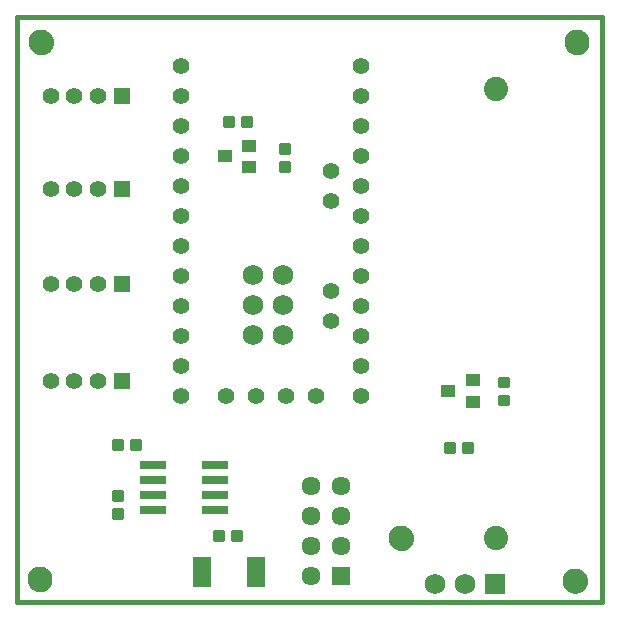
<source format=gts>
G75*
%MOIN*%
%OFA0B0*%
%FSLAX25Y25*%
%IPPOS*%
%LPD*%
%AMOC8*
5,1,8,0,0,1.08239X$1,22.5*
%
%ADD10C,0.00000*%
%ADD11C,0.08274*%
%ADD12C,0.01600*%
%ADD13R,0.06306X0.09849*%
%ADD14C,0.00975*%
%ADD15R,0.04900X0.04400*%
%ADD16R,0.05550X0.05550*%
%ADD17C,0.05550*%
%ADD18C,0.08077*%
%ADD19R,0.05124X0.04400*%
%ADD20C,0.06800*%
%ADD21R,0.09100X0.02800*%
%ADD22R,0.06900X0.06900*%
%ADD23C,0.06900*%
%ADD24R,0.06337X0.06337*%
%ADD25C,0.06337*%
D10*
X0005834Y0009308D02*
X0005836Y0009433D01*
X0005842Y0009558D01*
X0005852Y0009682D01*
X0005866Y0009806D01*
X0005883Y0009930D01*
X0005905Y0010053D01*
X0005931Y0010175D01*
X0005960Y0010297D01*
X0005993Y0010417D01*
X0006031Y0010536D01*
X0006071Y0010655D01*
X0006116Y0010771D01*
X0006164Y0010886D01*
X0006216Y0011000D01*
X0006272Y0011112D01*
X0006331Y0011222D01*
X0006393Y0011330D01*
X0006459Y0011437D01*
X0006528Y0011541D01*
X0006601Y0011642D01*
X0006676Y0011742D01*
X0006755Y0011839D01*
X0006837Y0011933D01*
X0006922Y0012025D01*
X0007009Y0012114D01*
X0007100Y0012200D01*
X0007193Y0012283D01*
X0007289Y0012364D01*
X0007387Y0012441D01*
X0007487Y0012515D01*
X0007590Y0012586D01*
X0007695Y0012653D01*
X0007803Y0012718D01*
X0007912Y0012778D01*
X0008023Y0012836D01*
X0008136Y0012889D01*
X0008250Y0012939D01*
X0008366Y0012986D01*
X0008483Y0013028D01*
X0008602Y0013067D01*
X0008722Y0013103D01*
X0008843Y0013134D01*
X0008965Y0013162D01*
X0009087Y0013185D01*
X0009211Y0013205D01*
X0009335Y0013221D01*
X0009459Y0013233D01*
X0009584Y0013241D01*
X0009709Y0013245D01*
X0009833Y0013245D01*
X0009958Y0013241D01*
X0010083Y0013233D01*
X0010207Y0013221D01*
X0010331Y0013205D01*
X0010455Y0013185D01*
X0010577Y0013162D01*
X0010699Y0013134D01*
X0010820Y0013103D01*
X0010940Y0013067D01*
X0011059Y0013028D01*
X0011176Y0012986D01*
X0011292Y0012939D01*
X0011406Y0012889D01*
X0011519Y0012836D01*
X0011630Y0012778D01*
X0011740Y0012718D01*
X0011847Y0012653D01*
X0011952Y0012586D01*
X0012055Y0012515D01*
X0012155Y0012441D01*
X0012253Y0012364D01*
X0012349Y0012283D01*
X0012442Y0012200D01*
X0012533Y0012114D01*
X0012620Y0012025D01*
X0012705Y0011933D01*
X0012787Y0011839D01*
X0012866Y0011742D01*
X0012941Y0011642D01*
X0013014Y0011541D01*
X0013083Y0011437D01*
X0013149Y0011330D01*
X0013211Y0011222D01*
X0013270Y0011112D01*
X0013326Y0011000D01*
X0013378Y0010886D01*
X0013426Y0010771D01*
X0013471Y0010655D01*
X0013511Y0010536D01*
X0013549Y0010417D01*
X0013582Y0010297D01*
X0013611Y0010175D01*
X0013637Y0010053D01*
X0013659Y0009930D01*
X0013676Y0009806D01*
X0013690Y0009682D01*
X0013700Y0009558D01*
X0013706Y0009433D01*
X0013708Y0009308D01*
X0013706Y0009183D01*
X0013700Y0009058D01*
X0013690Y0008934D01*
X0013676Y0008810D01*
X0013659Y0008686D01*
X0013637Y0008563D01*
X0013611Y0008441D01*
X0013582Y0008319D01*
X0013549Y0008199D01*
X0013511Y0008080D01*
X0013471Y0007961D01*
X0013426Y0007845D01*
X0013378Y0007730D01*
X0013326Y0007616D01*
X0013270Y0007504D01*
X0013211Y0007394D01*
X0013149Y0007286D01*
X0013083Y0007179D01*
X0013014Y0007075D01*
X0012941Y0006974D01*
X0012866Y0006874D01*
X0012787Y0006777D01*
X0012705Y0006683D01*
X0012620Y0006591D01*
X0012533Y0006502D01*
X0012442Y0006416D01*
X0012349Y0006333D01*
X0012253Y0006252D01*
X0012155Y0006175D01*
X0012055Y0006101D01*
X0011952Y0006030D01*
X0011847Y0005963D01*
X0011739Y0005898D01*
X0011630Y0005838D01*
X0011519Y0005780D01*
X0011406Y0005727D01*
X0011292Y0005677D01*
X0011176Y0005630D01*
X0011059Y0005588D01*
X0010940Y0005549D01*
X0010820Y0005513D01*
X0010699Y0005482D01*
X0010577Y0005454D01*
X0010455Y0005431D01*
X0010331Y0005411D01*
X0010207Y0005395D01*
X0010083Y0005383D01*
X0009958Y0005375D01*
X0009833Y0005371D01*
X0009709Y0005371D01*
X0009584Y0005375D01*
X0009459Y0005383D01*
X0009335Y0005395D01*
X0009211Y0005411D01*
X0009087Y0005431D01*
X0008965Y0005454D01*
X0008843Y0005482D01*
X0008722Y0005513D01*
X0008602Y0005549D01*
X0008483Y0005588D01*
X0008366Y0005630D01*
X0008250Y0005677D01*
X0008136Y0005727D01*
X0008023Y0005780D01*
X0007912Y0005838D01*
X0007802Y0005898D01*
X0007695Y0005963D01*
X0007590Y0006030D01*
X0007487Y0006101D01*
X0007387Y0006175D01*
X0007289Y0006252D01*
X0007193Y0006333D01*
X0007100Y0006416D01*
X0007009Y0006502D01*
X0006922Y0006591D01*
X0006837Y0006683D01*
X0006755Y0006777D01*
X0006676Y0006874D01*
X0006601Y0006974D01*
X0006528Y0007075D01*
X0006459Y0007179D01*
X0006393Y0007286D01*
X0006331Y0007394D01*
X0006272Y0007504D01*
X0006216Y0007616D01*
X0006164Y0007730D01*
X0006116Y0007845D01*
X0006071Y0007961D01*
X0006031Y0008080D01*
X0005993Y0008199D01*
X0005960Y0008319D01*
X0005931Y0008441D01*
X0005905Y0008563D01*
X0005883Y0008686D01*
X0005866Y0008810D01*
X0005852Y0008934D01*
X0005842Y0009058D01*
X0005836Y0009183D01*
X0005834Y0009308D01*
X0126315Y0023005D02*
X0126317Y0023130D01*
X0126323Y0023255D01*
X0126333Y0023379D01*
X0126347Y0023503D01*
X0126364Y0023627D01*
X0126386Y0023750D01*
X0126412Y0023872D01*
X0126441Y0023994D01*
X0126474Y0024114D01*
X0126512Y0024233D01*
X0126552Y0024352D01*
X0126597Y0024468D01*
X0126645Y0024583D01*
X0126697Y0024697D01*
X0126753Y0024809D01*
X0126812Y0024919D01*
X0126874Y0025027D01*
X0126940Y0025134D01*
X0127009Y0025238D01*
X0127082Y0025339D01*
X0127157Y0025439D01*
X0127236Y0025536D01*
X0127318Y0025630D01*
X0127403Y0025722D01*
X0127490Y0025811D01*
X0127581Y0025897D01*
X0127674Y0025980D01*
X0127770Y0026061D01*
X0127868Y0026138D01*
X0127968Y0026212D01*
X0128071Y0026283D01*
X0128176Y0026350D01*
X0128284Y0026415D01*
X0128393Y0026475D01*
X0128504Y0026533D01*
X0128617Y0026586D01*
X0128731Y0026636D01*
X0128847Y0026683D01*
X0128964Y0026725D01*
X0129083Y0026764D01*
X0129203Y0026800D01*
X0129324Y0026831D01*
X0129446Y0026859D01*
X0129568Y0026882D01*
X0129692Y0026902D01*
X0129816Y0026918D01*
X0129940Y0026930D01*
X0130065Y0026938D01*
X0130190Y0026942D01*
X0130314Y0026942D01*
X0130439Y0026938D01*
X0130564Y0026930D01*
X0130688Y0026918D01*
X0130812Y0026902D01*
X0130936Y0026882D01*
X0131058Y0026859D01*
X0131180Y0026831D01*
X0131301Y0026800D01*
X0131421Y0026764D01*
X0131540Y0026725D01*
X0131657Y0026683D01*
X0131773Y0026636D01*
X0131887Y0026586D01*
X0132000Y0026533D01*
X0132111Y0026475D01*
X0132221Y0026415D01*
X0132328Y0026350D01*
X0132433Y0026283D01*
X0132536Y0026212D01*
X0132636Y0026138D01*
X0132734Y0026061D01*
X0132830Y0025980D01*
X0132923Y0025897D01*
X0133014Y0025811D01*
X0133101Y0025722D01*
X0133186Y0025630D01*
X0133268Y0025536D01*
X0133347Y0025439D01*
X0133422Y0025339D01*
X0133495Y0025238D01*
X0133564Y0025134D01*
X0133630Y0025027D01*
X0133692Y0024919D01*
X0133751Y0024809D01*
X0133807Y0024697D01*
X0133859Y0024583D01*
X0133907Y0024468D01*
X0133952Y0024352D01*
X0133992Y0024233D01*
X0134030Y0024114D01*
X0134063Y0023994D01*
X0134092Y0023872D01*
X0134118Y0023750D01*
X0134140Y0023627D01*
X0134157Y0023503D01*
X0134171Y0023379D01*
X0134181Y0023255D01*
X0134187Y0023130D01*
X0134189Y0023005D01*
X0134187Y0022880D01*
X0134181Y0022755D01*
X0134171Y0022631D01*
X0134157Y0022507D01*
X0134140Y0022383D01*
X0134118Y0022260D01*
X0134092Y0022138D01*
X0134063Y0022016D01*
X0134030Y0021896D01*
X0133992Y0021777D01*
X0133952Y0021658D01*
X0133907Y0021542D01*
X0133859Y0021427D01*
X0133807Y0021313D01*
X0133751Y0021201D01*
X0133692Y0021091D01*
X0133630Y0020983D01*
X0133564Y0020876D01*
X0133495Y0020772D01*
X0133422Y0020671D01*
X0133347Y0020571D01*
X0133268Y0020474D01*
X0133186Y0020380D01*
X0133101Y0020288D01*
X0133014Y0020199D01*
X0132923Y0020113D01*
X0132830Y0020030D01*
X0132734Y0019949D01*
X0132636Y0019872D01*
X0132536Y0019798D01*
X0132433Y0019727D01*
X0132328Y0019660D01*
X0132220Y0019595D01*
X0132111Y0019535D01*
X0132000Y0019477D01*
X0131887Y0019424D01*
X0131773Y0019374D01*
X0131657Y0019327D01*
X0131540Y0019285D01*
X0131421Y0019246D01*
X0131301Y0019210D01*
X0131180Y0019179D01*
X0131058Y0019151D01*
X0130936Y0019128D01*
X0130812Y0019108D01*
X0130688Y0019092D01*
X0130564Y0019080D01*
X0130439Y0019072D01*
X0130314Y0019068D01*
X0130190Y0019068D01*
X0130065Y0019072D01*
X0129940Y0019080D01*
X0129816Y0019092D01*
X0129692Y0019108D01*
X0129568Y0019128D01*
X0129446Y0019151D01*
X0129324Y0019179D01*
X0129203Y0019210D01*
X0129083Y0019246D01*
X0128964Y0019285D01*
X0128847Y0019327D01*
X0128731Y0019374D01*
X0128617Y0019424D01*
X0128504Y0019477D01*
X0128393Y0019535D01*
X0128283Y0019595D01*
X0128176Y0019660D01*
X0128071Y0019727D01*
X0127968Y0019798D01*
X0127868Y0019872D01*
X0127770Y0019949D01*
X0127674Y0020030D01*
X0127581Y0020113D01*
X0127490Y0020199D01*
X0127403Y0020288D01*
X0127318Y0020380D01*
X0127236Y0020474D01*
X0127157Y0020571D01*
X0127082Y0020671D01*
X0127009Y0020772D01*
X0126940Y0020876D01*
X0126874Y0020983D01*
X0126812Y0021091D01*
X0126753Y0021201D01*
X0126697Y0021313D01*
X0126645Y0021427D01*
X0126597Y0021542D01*
X0126552Y0021658D01*
X0126512Y0021777D01*
X0126474Y0021896D01*
X0126441Y0022016D01*
X0126412Y0022138D01*
X0126386Y0022260D01*
X0126364Y0022383D01*
X0126347Y0022507D01*
X0126333Y0022631D01*
X0126323Y0022755D01*
X0126317Y0022880D01*
X0126315Y0023005D01*
X0184319Y0008800D02*
X0184321Y0008925D01*
X0184327Y0009050D01*
X0184337Y0009174D01*
X0184351Y0009298D01*
X0184368Y0009422D01*
X0184390Y0009545D01*
X0184416Y0009667D01*
X0184445Y0009789D01*
X0184478Y0009909D01*
X0184516Y0010028D01*
X0184556Y0010147D01*
X0184601Y0010263D01*
X0184649Y0010378D01*
X0184701Y0010492D01*
X0184757Y0010604D01*
X0184816Y0010714D01*
X0184878Y0010822D01*
X0184944Y0010929D01*
X0185013Y0011033D01*
X0185086Y0011134D01*
X0185161Y0011234D01*
X0185240Y0011331D01*
X0185322Y0011425D01*
X0185407Y0011517D01*
X0185494Y0011606D01*
X0185585Y0011692D01*
X0185678Y0011775D01*
X0185774Y0011856D01*
X0185872Y0011933D01*
X0185972Y0012007D01*
X0186075Y0012078D01*
X0186180Y0012145D01*
X0186288Y0012210D01*
X0186397Y0012270D01*
X0186508Y0012328D01*
X0186621Y0012381D01*
X0186735Y0012431D01*
X0186851Y0012478D01*
X0186968Y0012520D01*
X0187087Y0012559D01*
X0187207Y0012595D01*
X0187328Y0012626D01*
X0187450Y0012654D01*
X0187572Y0012677D01*
X0187696Y0012697D01*
X0187820Y0012713D01*
X0187944Y0012725D01*
X0188069Y0012733D01*
X0188194Y0012737D01*
X0188318Y0012737D01*
X0188443Y0012733D01*
X0188568Y0012725D01*
X0188692Y0012713D01*
X0188816Y0012697D01*
X0188940Y0012677D01*
X0189062Y0012654D01*
X0189184Y0012626D01*
X0189305Y0012595D01*
X0189425Y0012559D01*
X0189544Y0012520D01*
X0189661Y0012478D01*
X0189777Y0012431D01*
X0189891Y0012381D01*
X0190004Y0012328D01*
X0190115Y0012270D01*
X0190225Y0012210D01*
X0190332Y0012145D01*
X0190437Y0012078D01*
X0190540Y0012007D01*
X0190640Y0011933D01*
X0190738Y0011856D01*
X0190834Y0011775D01*
X0190927Y0011692D01*
X0191018Y0011606D01*
X0191105Y0011517D01*
X0191190Y0011425D01*
X0191272Y0011331D01*
X0191351Y0011234D01*
X0191426Y0011134D01*
X0191499Y0011033D01*
X0191568Y0010929D01*
X0191634Y0010822D01*
X0191696Y0010714D01*
X0191755Y0010604D01*
X0191811Y0010492D01*
X0191863Y0010378D01*
X0191911Y0010263D01*
X0191956Y0010147D01*
X0191996Y0010028D01*
X0192034Y0009909D01*
X0192067Y0009789D01*
X0192096Y0009667D01*
X0192122Y0009545D01*
X0192144Y0009422D01*
X0192161Y0009298D01*
X0192175Y0009174D01*
X0192185Y0009050D01*
X0192191Y0008925D01*
X0192193Y0008800D01*
X0192191Y0008675D01*
X0192185Y0008550D01*
X0192175Y0008426D01*
X0192161Y0008302D01*
X0192144Y0008178D01*
X0192122Y0008055D01*
X0192096Y0007933D01*
X0192067Y0007811D01*
X0192034Y0007691D01*
X0191996Y0007572D01*
X0191956Y0007453D01*
X0191911Y0007337D01*
X0191863Y0007222D01*
X0191811Y0007108D01*
X0191755Y0006996D01*
X0191696Y0006886D01*
X0191634Y0006778D01*
X0191568Y0006671D01*
X0191499Y0006567D01*
X0191426Y0006466D01*
X0191351Y0006366D01*
X0191272Y0006269D01*
X0191190Y0006175D01*
X0191105Y0006083D01*
X0191018Y0005994D01*
X0190927Y0005908D01*
X0190834Y0005825D01*
X0190738Y0005744D01*
X0190640Y0005667D01*
X0190540Y0005593D01*
X0190437Y0005522D01*
X0190332Y0005455D01*
X0190224Y0005390D01*
X0190115Y0005330D01*
X0190004Y0005272D01*
X0189891Y0005219D01*
X0189777Y0005169D01*
X0189661Y0005122D01*
X0189544Y0005080D01*
X0189425Y0005041D01*
X0189305Y0005005D01*
X0189184Y0004974D01*
X0189062Y0004946D01*
X0188940Y0004923D01*
X0188816Y0004903D01*
X0188692Y0004887D01*
X0188568Y0004875D01*
X0188443Y0004867D01*
X0188318Y0004863D01*
X0188194Y0004863D01*
X0188069Y0004867D01*
X0187944Y0004875D01*
X0187820Y0004887D01*
X0187696Y0004903D01*
X0187572Y0004923D01*
X0187450Y0004946D01*
X0187328Y0004974D01*
X0187207Y0005005D01*
X0187087Y0005041D01*
X0186968Y0005080D01*
X0186851Y0005122D01*
X0186735Y0005169D01*
X0186621Y0005219D01*
X0186508Y0005272D01*
X0186397Y0005330D01*
X0186287Y0005390D01*
X0186180Y0005455D01*
X0186075Y0005522D01*
X0185972Y0005593D01*
X0185872Y0005667D01*
X0185774Y0005744D01*
X0185678Y0005825D01*
X0185585Y0005908D01*
X0185494Y0005994D01*
X0185407Y0006083D01*
X0185322Y0006175D01*
X0185240Y0006269D01*
X0185161Y0006366D01*
X0185086Y0006466D01*
X0185013Y0006567D01*
X0184944Y0006671D01*
X0184878Y0006778D01*
X0184816Y0006886D01*
X0184757Y0006996D01*
X0184701Y0007108D01*
X0184649Y0007222D01*
X0184601Y0007337D01*
X0184556Y0007453D01*
X0184516Y0007572D01*
X0184478Y0007691D01*
X0184445Y0007811D01*
X0184416Y0007933D01*
X0184390Y0008055D01*
X0184368Y0008178D01*
X0184351Y0008302D01*
X0184337Y0008426D01*
X0184327Y0008550D01*
X0184321Y0008675D01*
X0184319Y0008800D01*
X0184834Y0188308D02*
X0184836Y0188433D01*
X0184842Y0188558D01*
X0184852Y0188682D01*
X0184866Y0188806D01*
X0184883Y0188930D01*
X0184905Y0189053D01*
X0184931Y0189175D01*
X0184960Y0189297D01*
X0184993Y0189417D01*
X0185031Y0189536D01*
X0185071Y0189655D01*
X0185116Y0189771D01*
X0185164Y0189886D01*
X0185216Y0190000D01*
X0185272Y0190112D01*
X0185331Y0190222D01*
X0185393Y0190330D01*
X0185459Y0190437D01*
X0185528Y0190541D01*
X0185601Y0190642D01*
X0185676Y0190742D01*
X0185755Y0190839D01*
X0185837Y0190933D01*
X0185922Y0191025D01*
X0186009Y0191114D01*
X0186100Y0191200D01*
X0186193Y0191283D01*
X0186289Y0191364D01*
X0186387Y0191441D01*
X0186487Y0191515D01*
X0186590Y0191586D01*
X0186695Y0191653D01*
X0186803Y0191718D01*
X0186912Y0191778D01*
X0187023Y0191836D01*
X0187136Y0191889D01*
X0187250Y0191939D01*
X0187366Y0191986D01*
X0187483Y0192028D01*
X0187602Y0192067D01*
X0187722Y0192103D01*
X0187843Y0192134D01*
X0187965Y0192162D01*
X0188087Y0192185D01*
X0188211Y0192205D01*
X0188335Y0192221D01*
X0188459Y0192233D01*
X0188584Y0192241D01*
X0188709Y0192245D01*
X0188833Y0192245D01*
X0188958Y0192241D01*
X0189083Y0192233D01*
X0189207Y0192221D01*
X0189331Y0192205D01*
X0189455Y0192185D01*
X0189577Y0192162D01*
X0189699Y0192134D01*
X0189820Y0192103D01*
X0189940Y0192067D01*
X0190059Y0192028D01*
X0190176Y0191986D01*
X0190292Y0191939D01*
X0190406Y0191889D01*
X0190519Y0191836D01*
X0190630Y0191778D01*
X0190740Y0191718D01*
X0190847Y0191653D01*
X0190952Y0191586D01*
X0191055Y0191515D01*
X0191155Y0191441D01*
X0191253Y0191364D01*
X0191349Y0191283D01*
X0191442Y0191200D01*
X0191533Y0191114D01*
X0191620Y0191025D01*
X0191705Y0190933D01*
X0191787Y0190839D01*
X0191866Y0190742D01*
X0191941Y0190642D01*
X0192014Y0190541D01*
X0192083Y0190437D01*
X0192149Y0190330D01*
X0192211Y0190222D01*
X0192270Y0190112D01*
X0192326Y0190000D01*
X0192378Y0189886D01*
X0192426Y0189771D01*
X0192471Y0189655D01*
X0192511Y0189536D01*
X0192549Y0189417D01*
X0192582Y0189297D01*
X0192611Y0189175D01*
X0192637Y0189053D01*
X0192659Y0188930D01*
X0192676Y0188806D01*
X0192690Y0188682D01*
X0192700Y0188558D01*
X0192706Y0188433D01*
X0192708Y0188308D01*
X0192706Y0188183D01*
X0192700Y0188058D01*
X0192690Y0187934D01*
X0192676Y0187810D01*
X0192659Y0187686D01*
X0192637Y0187563D01*
X0192611Y0187441D01*
X0192582Y0187319D01*
X0192549Y0187199D01*
X0192511Y0187080D01*
X0192471Y0186961D01*
X0192426Y0186845D01*
X0192378Y0186730D01*
X0192326Y0186616D01*
X0192270Y0186504D01*
X0192211Y0186394D01*
X0192149Y0186286D01*
X0192083Y0186179D01*
X0192014Y0186075D01*
X0191941Y0185974D01*
X0191866Y0185874D01*
X0191787Y0185777D01*
X0191705Y0185683D01*
X0191620Y0185591D01*
X0191533Y0185502D01*
X0191442Y0185416D01*
X0191349Y0185333D01*
X0191253Y0185252D01*
X0191155Y0185175D01*
X0191055Y0185101D01*
X0190952Y0185030D01*
X0190847Y0184963D01*
X0190739Y0184898D01*
X0190630Y0184838D01*
X0190519Y0184780D01*
X0190406Y0184727D01*
X0190292Y0184677D01*
X0190176Y0184630D01*
X0190059Y0184588D01*
X0189940Y0184549D01*
X0189820Y0184513D01*
X0189699Y0184482D01*
X0189577Y0184454D01*
X0189455Y0184431D01*
X0189331Y0184411D01*
X0189207Y0184395D01*
X0189083Y0184383D01*
X0188958Y0184375D01*
X0188833Y0184371D01*
X0188709Y0184371D01*
X0188584Y0184375D01*
X0188459Y0184383D01*
X0188335Y0184395D01*
X0188211Y0184411D01*
X0188087Y0184431D01*
X0187965Y0184454D01*
X0187843Y0184482D01*
X0187722Y0184513D01*
X0187602Y0184549D01*
X0187483Y0184588D01*
X0187366Y0184630D01*
X0187250Y0184677D01*
X0187136Y0184727D01*
X0187023Y0184780D01*
X0186912Y0184838D01*
X0186802Y0184898D01*
X0186695Y0184963D01*
X0186590Y0185030D01*
X0186487Y0185101D01*
X0186387Y0185175D01*
X0186289Y0185252D01*
X0186193Y0185333D01*
X0186100Y0185416D01*
X0186009Y0185502D01*
X0185922Y0185591D01*
X0185837Y0185683D01*
X0185755Y0185777D01*
X0185676Y0185874D01*
X0185601Y0185974D01*
X0185528Y0186075D01*
X0185459Y0186179D01*
X0185393Y0186286D01*
X0185331Y0186394D01*
X0185272Y0186504D01*
X0185216Y0186616D01*
X0185164Y0186730D01*
X0185116Y0186845D01*
X0185071Y0186961D01*
X0185031Y0187080D01*
X0184993Y0187199D01*
X0184960Y0187319D01*
X0184931Y0187441D01*
X0184905Y0187563D01*
X0184883Y0187686D01*
X0184866Y0187810D01*
X0184852Y0187934D01*
X0184842Y0188058D01*
X0184836Y0188183D01*
X0184834Y0188308D01*
X0006334Y0188308D02*
X0006336Y0188433D01*
X0006342Y0188558D01*
X0006352Y0188682D01*
X0006366Y0188806D01*
X0006383Y0188930D01*
X0006405Y0189053D01*
X0006431Y0189175D01*
X0006460Y0189297D01*
X0006493Y0189417D01*
X0006531Y0189536D01*
X0006571Y0189655D01*
X0006616Y0189771D01*
X0006664Y0189886D01*
X0006716Y0190000D01*
X0006772Y0190112D01*
X0006831Y0190222D01*
X0006893Y0190330D01*
X0006959Y0190437D01*
X0007028Y0190541D01*
X0007101Y0190642D01*
X0007176Y0190742D01*
X0007255Y0190839D01*
X0007337Y0190933D01*
X0007422Y0191025D01*
X0007509Y0191114D01*
X0007600Y0191200D01*
X0007693Y0191283D01*
X0007789Y0191364D01*
X0007887Y0191441D01*
X0007987Y0191515D01*
X0008090Y0191586D01*
X0008195Y0191653D01*
X0008303Y0191718D01*
X0008412Y0191778D01*
X0008523Y0191836D01*
X0008636Y0191889D01*
X0008750Y0191939D01*
X0008866Y0191986D01*
X0008983Y0192028D01*
X0009102Y0192067D01*
X0009222Y0192103D01*
X0009343Y0192134D01*
X0009465Y0192162D01*
X0009587Y0192185D01*
X0009711Y0192205D01*
X0009835Y0192221D01*
X0009959Y0192233D01*
X0010084Y0192241D01*
X0010209Y0192245D01*
X0010333Y0192245D01*
X0010458Y0192241D01*
X0010583Y0192233D01*
X0010707Y0192221D01*
X0010831Y0192205D01*
X0010955Y0192185D01*
X0011077Y0192162D01*
X0011199Y0192134D01*
X0011320Y0192103D01*
X0011440Y0192067D01*
X0011559Y0192028D01*
X0011676Y0191986D01*
X0011792Y0191939D01*
X0011906Y0191889D01*
X0012019Y0191836D01*
X0012130Y0191778D01*
X0012240Y0191718D01*
X0012347Y0191653D01*
X0012452Y0191586D01*
X0012555Y0191515D01*
X0012655Y0191441D01*
X0012753Y0191364D01*
X0012849Y0191283D01*
X0012942Y0191200D01*
X0013033Y0191114D01*
X0013120Y0191025D01*
X0013205Y0190933D01*
X0013287Y0190839D01*
X0013366Y0190742D01*
X0013441Y0190642D01*
X0013514Y0190541D01*
X0013583Y0190437D01*
X0013649Y0190330D01*
X0013711Y0190222D01*
X0013770Y0190112D01*
X0013826Y0190000D01*
X0013878Y0189886D01*
X0013926Y0189771D01*
X0013971Y0189655D01*
X0014011Y0189536D01*
X0014049Y0189417D01*
X0014082Y0189297D01*
X0014111Y0189175D01*
X0014137Y0189053D01*
X0014159Y0188930D01*
X0014176Y0188806D01*
X0014190Y0188682D01*
X0014200Y0188558D01*
X0014206Y0188433D01*
X0014208Y0188308D01*
X0014206Y0188183D01*
X0014200Y0188058D01*
X0014190Y0187934D01*
X0014176Y0187810D01*
X0014159Y0187686D01*
X0014137Y0187563D01*
X0014111Y0187441D01*
X0014082Y0187319D01*
X0014049Y0187199D01*
X0014011Y0187080D01*
X0013971Y0186961D01*
X0013926Y0186845D01*
X0013878Y0186730D01*
X0013826Y0186616D01*
X0013770Y0186504D01*
X0013711Y0186394D01*
X0013649Y0186286D01*
X0013583Y0186179D01*
X0013514Y0186075D01*
X0013441Y0185974D01*
X0013366Y0185874D01*
X0013287Y0185777D01*
X0013205Y0185683D01*
X0013120Y0185591D01*
X0013033Y0185502D01*
X0012942Y0185416D01*
X0012849Y0185333D01*
X0012753Y0185252D01*
X0012655Y0185175D01*
X0012555Y0185101D01*
X0012452Y0185030D01*
X0012347Y0184963D01*
X0012239Y0184898D01*
X0012130Y0184838D01*
X0012019Y0184780D01*
X0011906Y0184727D01*
X0011792Y0184677D01*
X0011676Y0184630D01*
X0011559Y0184588D01*
X0011440Y0184549D01*
X0011320Y0184513D01*
X0011199Y0184482D01*
X0011077Y0184454D01*
X0010955Y0184431D01*
X0010831Y0184411D01*
X0010707Y0184395D01*
X0010583Y0184383D01*
X0010458Y0184375D01*
X0010333Y0184371D01*
X0010209Y0184371D01*
X0010084Y0184375D01*
X0009959Y0184383D01*
X0009835Y0184395D01*
X0009711Y0184411D01*
X0009587Y0184431D01*
X0009465Y0184454D01*
X0009343Y0184482D01*
X0009222Y0184513D01*
X0009102Y0184549D01*
X0008983Y0184588D01*
X0008866Y0184630D01*
X0008750Y0184677D01*
X0008636Y0184727D01*
X0008523Y0184780D01*
X0008412Y0184838D01*
X0008302Y0184898D01*
X0008195Y0184963D01*
X0008090Y0185030D01*
X0007987Y0185101D01*
X0007887Y0185175D01*
X0007789Y0185252D01*
X0007693Y0185333D01*
X0007600Y0185416D01*
X0007509Y0185502D01*
X0007422Y0185591D01*
X0007337Y0185683D01*
X0007255Y0185777D01*
X0007176Y0185874D01*
X0007101Y0185974D01*
X0007028Y0186075D01*
X0006959Y0186179D01*
X0006893Y0186286D01*
X0006831Y0186394D01*
X0006772Y0186504D01*
X0006716Y0186616D01*
X0006664Y0186730D01*
X0006616Y0186845D01*
X0006571Y0186961D01*
X0006531Y0187080D01*
X0006493Y0187199D01*
X0006460Y0187319D01*
X0006431Y0187441D01*
X0006405Y0187563D01*
X0006383Y0187686D01*
X0006366Y0187810D01*
X0006352Y0187934D01*
X0006342Y0188058D01*
X0006336Y0188183D01*
X0006334Y0188308D01*
D11*
X0010271Y0188308D03*
X0130252Y0023005D03*
X0188256Y0008800D03*
X0009771Y0009308D03*
X0188771Y0188308D03*
D12*
X0197122Y0001808D02*
X0002271Y0001808D01*
X0002271Y0196658D01*
X0197122Y0196658D01*
X0197122Y0001808D01*
D13*
X0081905Y0011820D03*
X0063795Y0011820D03*
D14*
X0067808Y0025271D02*
X0070734Y0025271D01*
X0070734Y0022345D01*
X0067808Y0022345D01*
X0067808Y0025271D01*
X0067808Y0023319D02*
X0070734Y0023319D01*
X0070734Y0024293D02*
X0067808Y0024293D01*
X0067808Y0025267D02*
X0070734Y0025267D01*
X0073808Y0025271D02*
X0076734Y0025271D01*
X0076734Y0022345D01*
X0073808Y0022345D01*
X0073808Y0025271D01*
X0073808Y0023319D02*
X0076734Y0023319D01*
X0076734Y0024293D02*
X0073808Y0024293D01*
X0073808Y0025267D02*
X0076734Y0025267D01*
X0043234Y0055771D02*
X0040308Y0055771D01*
X0043234Y0055771D02*
X0043234Y0052845D01*
X0040308Y0052845D01*
X0040308Y0055771D01*
X0040308Y0053819D02*
X0043234Y0053819D01*
X0043234Y0054793D02*
X0040308Y0054793D01*
X0040308Y0055767D02*
X0043234Y0055767D01*
X0037234Y0055771D02*
X0034308Y0055771D01*
X0037234Y0055771D02*
X0037234Y0052845D01*
X0034308Y0052845D01*
X0034308Y0055771D01*
X0034308Y0053819D02*
X0037234Y0053819D01*
X0037234Y0054793D02*
X0034308Y0054793D01*
X0034308Y0055767D02*
X0037234Y0055767D01*
X0034308Y0038771D02*
X0034308Y0035845D01*
X0034308Y0038771D02*
X0037234Y0038771D01*
X0037234Y0035845D01*
X0034308Y0035845D01*
X0034308Y0036819D02*
X0037234Y0036819D01*
X0037234Y0037793D02*
X0034308Y0037793D01*
X0034308Y0038767D02*
X0037234Y0038767D01*
X0034308Y0032771D02*
X0034308Y0029845D01*
X0034308Y0032771D02*
X0037234Y0032771D01*
X0037234Y0029845D01*
X0034308Y0029845D01*
X0034308Y0030819D02*
X0037234Y0030819D01*
X0037234Y0031793D02*
X0034308Y0031793D01*
X0034308Y0032767D02*
X0037234Y0032767D01*
X0144981Y0054645D02*
X0147907Y0054645D01*
X0147907Y0051719D01*
X0144981Y0051719D01*
X0144981Y0054645D01*
X0144981Y0052693D02*
X0147907Y0052693D01*
X0147907Y0053667D02*
X0144981Y0053667D01*
X0144981Y0054641D02*
X0147907Y0054641D01*
X0150981Y0054645D02*
X0153907Y0054645D01*
X0153907Y0051719D01*
X0150981Y0051719D01*
X0150981Y0054645D01*
X0150981Y0052693D02*
X0153907Y0052693D01*
X0153907Y0053667D02*
X0150981Y0053667D01*
X0150981Y0054641D02*
X0153907Y0054641D01*
X0165927Y0067656D02*
X0165927Y0070582D01*
X0165927Y0067656D02*
X0163001Y0067656D01*
X0163001Y0070582D01*
X0165927Y0070582D01*
X0165927Y0068630D02*
X0163001Y0068630D01*
X0163001Y0069604D02*
X0165927Y0069604D01*
X0165927Y0070578D02*
X0163001Y0070578D01*
X0165927Y0073656D02*
X0165927Y0076582D01*
X0165927Y0073656D02*
X0163001Y0073656D01*
X0163001Y0076582D01*
X0165927Y0076582D01*
X0165927Y0074630D02*
X0163001Y0074630D01*
X0163001Y0075604D02*
X0165927Y0075604D01*
X0165927Y0076578D02*
X0163001Y0076578D01*
X0092734Y0145345D02*
X0092734Y0148271D01*
X0092734Y0145345D02*
X0089808Y0145345D01*
X0089808Y0148271D01*
X0092734Y0148271D01*
X0092734Y0146319D02*
X0089808Y0146319D01*
X0089808Y0147293D02*
X0092734Y0147293D01*
X0092734Y0148267D02*
X0089808Y0148267D01*
X0092734Y0151345D02*
X0092734Y0154271D01*
X0092734Y0151345D02*
X0089808Y0151345D01*
X0089808Y0154271D01*
X0092734Y0154271D01*
X0092734Y0152319D02*
X0089808Y0152319D01*
X0089808Y0153293D02*
X0092734Y0153293D01*
X0092734Y0154267D02*
X0089808Y0154267D01*
X0080234Y0160345D02*
X0077308Y0160345D01*
X0077308Y0163271D01*
X0080234Y0163271D01*
X0080234Y0160345D01*
X0080234Y0161319D02*
X0077308Y0161319D01*
X0077308Y0162293D02*
X0080234Y0162293D01*
X0080234Y0163267D02*
X0077308Y0163267D01*
X0074234Y0160345D02*
X0071308Y0160345D01*
X0071308Y0163271D01*
X0074234Y0163271D01*
X0074234Y0160345D01*
X0074234Y0161319D02*
X0071308Y0161319D01*
X0071308Y0162293D02*
X0074234Y0162293D01*
X0074234Y0163267D02*
X0071308Y0163267D01*
D15*
X0079437Y0153792D03*
X0079437Y0146792D03*
X0071437Y0150292D03*
D16*
X0037082Y0139324D03*
X0037082Y0170308D03*
X0037082Y0107808D03*
X0037082Y0075308D03*
D17*
X0029208Y0075308D03*
X0021334Y0075308D03*
X0013460Y0075308D03*
X0013460Y0107808D03*
X0021334Y0107808D03*
X0029208Y0107808D03*
X0056885Y0110308D03*
X0056885Y0120308D03*
X0056885Y0130308D03*
X0056885Y0140308D03*
X0056885Y0150308D03*
X0056885Y0160308D03*
X0056885Y0170308D03*
X0056885Y0180308D03*
X0029208Y0170308D03*
X0021334Y0170308D03*
X0013460Y0170308D03*
X0013460Y0139324D03*
X0021334Y0139324D03*
X0029208Y0139324D03*
X0056885Y0100308D03*
X0056885Y0090308D03*
X0056885Y0080308D03*
X0056885Y0070308D03*
X0071885Y0070308D03*
X0081885Y0070308D03*
X0091885Y0070308D03*
X0101885Y0070308D03*
X0116885Y0070308D03*
X0116885Y0080308D03*
X0116885Y0090308D03*
X0116885Y0100308D03*
X0116885Y0110308D03*
X0116885Y0120308D03*
X0116885Y0130308D03*
X0116885Y0140308D03*
X0116885Y0150308D03*
X0116885Y0160308D03*
X0116885Y0170308D03*
X0116885Y0180308D03*
X0106885Y0145308D03*
X0106885Y0135308D03*
X0106885Y0105308D03*
X0106885Y0095308D03*
D18*
X0161748Y0023005D03*
X0161748Y0172611D03*
D19*
X0154110Y0075859D03*
X0154110Y0068379D03*
X0145763Y0072119D03*
D20*
X0090771Y0090808D03*
X0080771Y0090808D03*
X0080771Y0100808D03*
X0080771Y0110808D03*
X0090771Y0110808D03*
X0090771Y0100808D03*
D21*
X0068071Y0047308D03*
X0068071Y0042308D03*
X0068071Y0037308D03*
X0068071Y0032308D03*
X0047471Y0032308D03*
X0047471Y0037308D03*
X0047471Y0042308D03*
X0047471Y0047308D03*
D22*
X0161582Y0007816D03*
D23*
X0151582Y0007816D03*
X0141582Y0007816D03*
D24*
X0110271Y0010308D03*
D25*
X0100271Y0010308D03*
X0100271Y0020308D03*
X0100271Y0030308D03*
X0100271Y0040308D03*
X0110271Y0040308D03*
X0110271Y0030308D03*
X0110271Y0020308D03*
M02*

</source>
